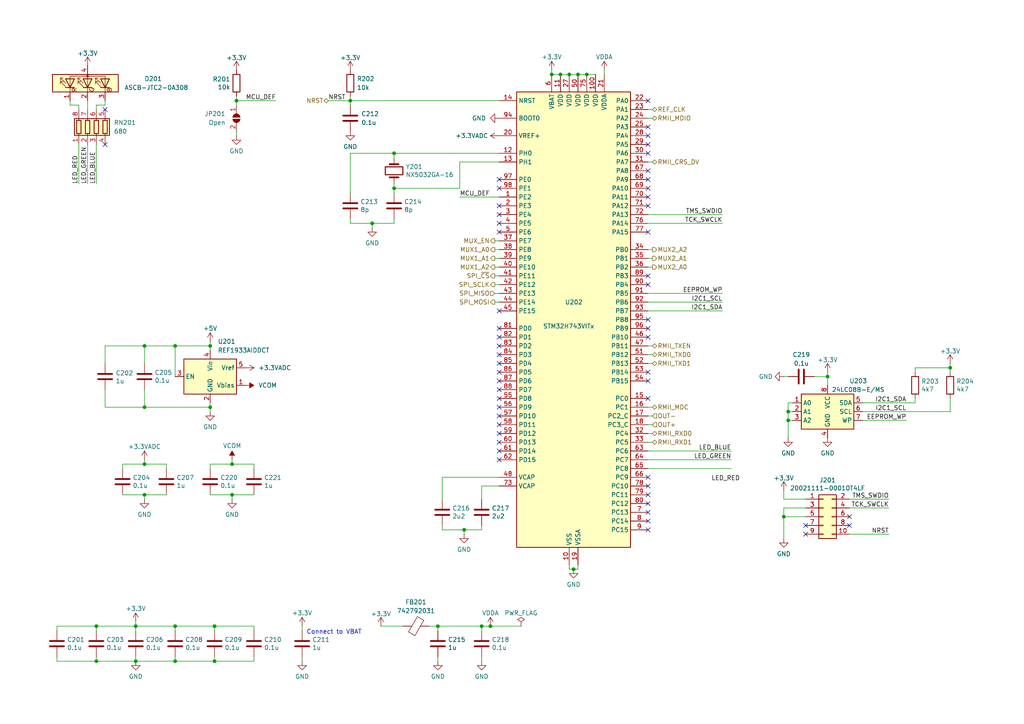
<source format=kicad_sch>
(kicad_sch (version 20231120) (generator "eeschema") (generator_version "8.0")
  (paper "A4")
  (lib_symbols
    (symbol "Connector_Generic:Conn_02x05_Odd_Even" (pin_names (offset 1.016) hide)
      (property "Reference" "J" (at 1.27 7.62 0))
      (property "Value" "Conn_02x05_Odd_Even" (at 1.27 -7.62 0))
      (symbol "Conn_02x05_Odd_Even_1_1"
        (pin passive line (at -5.08 5.08 0) (length 3.81) (name "Pin_1") (number "1"))
        (pin passive line (at 7.62 -5.08 180) (length 3.81) (name "Pin_10") (number "10"))
        (pin passive line (at 7.62 5.08 180) (length 3.81) (name "Pin_2") (number "2"))
        (pin passive line (at -5.08 2.54 0) (length 3.81) (name "Pin_3") (number "3"))
        (pin passive line (at 7.62 2.54 180) (length 3.81) (name "Pin_4") (number "4"))
        (pin passive line (at -5.08 0 0) (length 3.81) (name "Pin_5") (number "5"))
        (pin passive line (at 7.62 0 180) (length 3.81) (name "Pin_6") (number "6"))
        (pin passive line (at -5.08 -2.54 0) (length 3.81) (name "Pin_7") (number "7"))
        (pin passive line (at 7.62 -2.54 180) (length 3.81) (name "Pin_8") (number "8"))
        (pin passive line (at -5.08 -5.08 0) (length 3.81) (name "Pin_9") (number "9"))
      )
    )
    (symbol "Device:C" (pin_numbers hide) (pin_names (offset 0.254))
      (property "Reference" "C" (at 0.635 2.54 0))
      (property "Value" "C" (at 0.635 -2.54 0))
      (symbol "C_1_1"
        (pin passive line (at 0 3.81 270) (length 2.794) (name "~") (number "1"))
        (pin passive line (at 0 -3.81 90) (length 2.794) (name "~") (number "2"))
      )
    )
    (symbol "Device:Crystal" (pin_numbers hide) (pin_names (offset 1.016) hide)
      (property "Reference" "Y" (at 0 3.81 0))
      (property "Value" "Crystal" (at 0 -3.81 0))
      (symbol "Crystal_1_1"
        (pin passive line (at -3.81 0 0) (length 1.27) (name "1") (number "1"))
        (pin passive line (at 3.81 0 180) (length 1.27) (name "2") (number "2"))
      )
    )
    (symbol "Device:FerriteBead" (pin_numbers hide) (pin_names (offset 0))
      (property "Reference" "FB" (at -3.81 0.635 90))
      (property "Value" "FerriteBead" (at 3.81 0 90))
      (symbol "FerriteBead_1_1"
        (pin passive line (at 0 3.81 270) (length 2.54) (name "~") (number "1"))
        (pin passive line (at 0 -3.81 90) (length 2.54) (name "~") (number "2"))
      )
    )
    (symbol "Device:R" (pin_numbers hide) (pin_names (offset 0))
      (property "Reference" "R" (at 2.032 0 90))
      (property "Value" "R" (at 0 0 90))
      (symbol "R_1_1"
        (pin passive line (at 0 3.81 270) (length 1.27) (name "~") (number "1"))
        (pin passive line (at 0 -3.81 90) (length 1.27) (name "~") (number "2"))
      )
    )
    (symbol "Device:R_Pack04" (pin_names (offset 0) hide)
      (property "Reference" "RN" (at -7.62 0 90))
      (property "Value" "R_Pack04" (at 5.08 0 90))
      (symbol "R_Pack04_1_1"
        (pin passive line (at -5.08 -5.08 90) (length 2.54) (name "R1.1") (number "1"))
        (pin passive line (at -2.54 -5.08 90) (length 2.54) (name "R2.1") (number "2"))
        (pin passive line (at 0 -5.08 90) (length 2.54) (name "R3.1") (number "3"))
        (pin passive line (at 2.54 -5.08 90) (length 2.54) (name "R4.1") (number "4"))
        (pin passive line (at 2.54 5.08 270) (length 2.54) (name "R4.2") (number "5"))
        (pin passive line (at 0 5.08 270) (length 2.54) (name "R3.2") (number "6"))
        (pin passive line (at -2.54 5.08 270) (length 2.54) (name "R2.2") (number "7"))
        (pin passive line (at -5.08 5.08 270) (length 2.54) (name "R1.2") (number "8"))
      )
    )
    (symbol "ETH16CDAQ1:REF1933AIDDCT"
      (property "Reference" "U" (at 2.54 8.89 0))
      (property "Value" "REF1933AIDDCT" (at 1.27 6.35 0))
      (symbol "REF1933AIDDCT_1_1"
        (pin power_out line (at 10.16 -2.54 180) (length 2.54) (name "Vbias") (number "1"))
        (pin power_in line (at 0 -7.62 90) (length 2.54) (name "GND") (number "2"))
        (pin input line (at -10.16 0 0) (length 2.54) (name "EN") (number "3"))
        (pin power_in line (at 0 7.62 270) (length 2.54) (name "Vin") (number "4"))
        (pin power_out line (at 10.16 2.54 180) (length 2.54) (name "Vref") (number "5"))
      )
    )
    (symbol "Jumper:SolderJumper_2_Open" (pin_names (offset 0) hide)
      (property "Reference" "JP" (at 0 2.032 0))
      (property "Value" "SolderJumper_2_Open" (at 0 -2.54 0))
      (symbol "SolderJumper_2_Open_1_1"
        (pin passive line (at -3.81 0 0) (length 2.54) (name "A") (number "1"))
        (pin passive line (at 3.81 0 180) (length 2.54) (name "B") (number "2"))
      )
    )
    (symbol "LED:ASMB-MTB1-0A3A2" (pin_names (offset 0) hide)
      (property "Reference" "D" (at 0 12.7 0))
      (property "Value" "ASMB-MTB1-0A3A2" (at 1.27 -11.43 0))
      (symbol "ASMB-MTB1-0A3A2_0_0"
        (text "B" (at -1.905 -6.35 0) (effects (font (size 1.27 1.27))))
        (text "G" (at -1.905 -1.27 0) (effects (font (size 1.27 1.27))))
        (text "R" (at -1.905 3.81 0) (effects (font (size 1.27 1.27))))
      )
      (symbol "ASMB-MTB1-0A3A2_1_1"
        (pin passive line (at -5.08 5.08 0) (length 2.54) (name "RK") (number "1"))
        (pin passive line (at -5.08 0 0) (length 2.54) (name "GK") (number "2"))
        (pin passive line (at -5.08 -5.08 0) (length 2.54) (name "BK") (number "3"))
        (pin passive line (at 5.08 0 180) (length 2.54) (name "A") (number "4"))
      )
    )
    (symbol "MCU_ST_STM32H7:STM32H743VITx"
      (property "Reference" "U" (at -15.24 67.31 0))
      (property "Value" "STM32H743VITx" (at 12.7 67.31 0))
      (symbol "STM32H743VITx_1_1"
        (pin bidirectional line (at -20.32 35.56 0) (length 5.08) (name "PE2") (number "1"))
        (pin power_in line (at 0 -71.12 90) (length 5.08) (name "VSS") (number "10"))
        (pin power_in line (at 7.62 71.12 270) (length 5.08) (name "VDD") (number "100"))
        (pin power_in line (at -2.54 71.12 270) (length 5.08) (name "VDD") (number "11"))
        (pin bidirectional line (at -20.32 48.26 0) (length 5.08) (name "PH0") (number "12"))
        (pin bidirectional line (at -20.32 45.72 0) (length 5.08) (name "PH1") (number "13"))
        (pin input line (at -20.32 63.5 0) (length 5.08) (name "NRST") (number "14"))
        (pin bidirectional line (at 22.86 -22.86 180) (length 5.08) (name "PC0") (number "15"))
        (pin bidirectional line (at 22.86 -25.4 180) (length 5.08) (name "PC1") (number "16"))
        (pin bidirectional line (at 22.86 -27.94 180) (length 5.08) (name "PC2_C") (number "17"))
        (pin bidirectional line (at 22.86 -30.48 180) (length 5.08) (name "PC3_C") (number "18"))
        (pin power_in line (at 2.54 -71.12 90) (length 5.08) (name "VSSA") (number "19"))
        (pin bidirectional line (at -20.32 33.02 0) (length 5.08) (name "PE3") (number "2"))
        (pin input line (at -20.32 53.34 0) (length 5.08) (name "VREF+") (number "20"))
        (pin power_in line (at 10.16 71.12 270) (length 5.08) (name "VDDA") (number "21"))
        (pin bidirectional line (at 22.86 63.5 180) (length 5.08) (name "PA0") (number "22"))
        (pin bidirectional line (at 22.86 60.96 180) (length 5.08) (name "PA1") (number "23"))
        (pin bidirectional line (at 22.86 58.42 180) (length 5.08) (name "PA2") (number "24"))
        (pin bidirectional line (at 22.86 55.88 180) (length 5.08) (name "PA3") (number "25"))
        (pin passive line (at 0 -71.12 90) (length 5.08) hide (name "VSS") (number "26"))
        (pin power_in line (at 0 71.12 270) (length 5.08) (name "VDD") (number "27"))
        (pin bidirectional line (at 22.86 53.34 180) (length 5.08) (name "PA4") (number "28"))
        (pin bidirectional line (at 22.86 50.8 180) (length 5.08) (name "PA5") (number "29"))
        (pin bidirectional line (at -20.32 30.48 0) (length 5.08) (name "PE4") (number "3"))
        (pin bidirectional line (at 22.86 48.26 180) (length 5.08) (name "PA6") (number "30"))
        (pin bidirectional line (at 22.86 45.72 180) (length 5.08) (name "PA7") (number "31"))
        (pin bidirectional line (at 22.86 -33.02 180) (length 5.08) (name "PC4") (number "32"))
        (pin bidirectional line (at 22.86 -35.56 180) (length 5.08) (name "PC5") (number "33"))
        (pin bidirectional line (at 22.86 20.32 180) (length 5.08) (name "PB0") (number "34"))
        (pin bidirectional line (at 22.86 17.78 180) (length 5.08) (name "PB1") (number "35"))
        (pin bidirectional line (at 22.86 15.24 180) (length 5.08) (name "PB2") (number "36"))
        (pin bidirectional line (at -20.32 22.86 0) (length 5.08) (name "PE7") (number "37"))
        (pin bidirectional line (at -20.32 20.32 0) (length 5.08) (name "PE8") (number "38"))
        (pin bidirectional line (at -20.32 17.78 0) (length 5.08) (name "PE9") (number "39"))
        (pin bidirectional line (at -20.32 27.94 0) (length 5.08) (name "PE5") (number "4"))
        (pin bidirectional line (at -20.32 15.24 0) (length 5.08) (name "PE10") (number "40"))
        (pin bidirectional line (at -20.32 12.7 0) (length 5.08) (name "PE11") (number "41"))
        (pin bidirectional line (at -20.32 10.16 0) (length 5.08) (name "PE12") (number "42"))
        (pin bidirectional line (at -20.32 7.62 0) (length 5.08) (name "PE13") (number "43"))
        (pin bidirectional line (at -20.32 5.08 0) (length 5.08) (name "PE14") (number "44"))
        (pin bidirectional line (at -20.32 2.54 0) (length 5.08) (name "PE15") (number "45"))
        (pin bidirectional line (at 22.86 -5.08 180) (length 5.08) (name "PB10") (number "46"))
        (pin bidirectional line (at 22.86 -7.62 180) (length 5.08) (name "PB11") (number "47"))
        (pin power_out line (at -20.32 -45.72 0) (length 5.08) (name "VCAP") (number "48"))
        (pin passive line (at 0 -71.12 90) (length 5.08) hide (name "VSS") (number "49"))
        (pin bidirectional line (at -20.32 25.4 0) (length 5.08) (name "PE6") (number "5"))
        (pin power_in line (at 2.54 71.12 270) (length 5.08) (name "VDD") (number "50"))
        (pin bidirectional line (at 22.86 -10.16 180) (length 5.08) (name "PB12") (number "51"))
        (pin bidirectional line (at 22.86 -12.7 180) (length 5.08) (name "PB13") (number "52"))
        (pin bidirectional line (at 22.86 -15.24 180) (length 5.08) (name "PB14") (number "53"))
        (pin bidirectional line (at 22.86 -17.78 180) (length 5.08) (name "PB15") (number "54"))
        (pin bidirectional line (at -20.32 -22.86 0) (length 5.08) (name "PD8") (number "55"))
        (pin bidirectional line (at -20.32 -25.4 0) (length 5.08) (name "PD9") (number "56"))
        (pin bidirectional line (at -20.32 -27.94 0) (length 5.08) (name "PD10") (number "57"))
        (pin bidirectional line (at -20.32 -30.48 0) (length 5.08) (name "PD11") (number "58"))
        (pin bidirectional line (at -20.32 -33.02 0) (length 5.08) (name "PD12") (number "59"))
        (pin power_in line (at -5.08 71.12 270) (length 5.08) (name "VBAT") (number "6"))
        (pin bidirectional line (at -20.32 -35.56 0) (length 5.08) (name "PD13") (number "60"))
        (pin bidirectional line (at -20.32 -38.1 0) (length 5.08) (name "PD14") (number "61"))
        (pin bidirectional line (at -20.32 -40.64 0) (length 5.08) (name "PD15") (number "62"))
        (pin bidirectional line (at 22.86 -38.1 180) (length 5.08) (name "PC6") (number "63"))
        (pin bidirectional line (at 22.86 -40.64 180) (length 5.08) (name "PC7") (number "64"))
        (pin bidirectional line (at 22.86 -43.18 180) (length 5.08) (name "PC8") (number "65"))
        (pin bidirectional line (at 22.86 -45.72 180) (length 5.08) (name "PC9") (number "66"))
        (pin bidirectional line (at 22.86 43.18 180) (length 5.08) (name "PA8") (number "67"))
        (pin bidirectional line (at 22.86 40.64 180) (length 5.08) (name "PA9") (number "68"))
        (pin bidirectional line (at 22.86 38.1 180) (length 5.08) (name "PA10") (number "69"))
        (pin bidirectional line (at 22.86 -55.88 180) (length 5.08) (name "PC13") (number "7"))
        (pin bidirectional line (at 22.86 35.56 180) (length 5.08) (name "PA11") (number "70"))
        (pin bidirectional line (at 22.86 33.02 180) (length 5.08) (name "PA12") (number "71"))
        (pin bidirectional line (at 22.86 30.48 180) (length 5.08) (name "PA13") (number "72"))
        (pin power_out line (at -20.32 -48.26 0) (length 5.08) (name "VCAP") (number "73"))
        (pin passive line (at 0 -71.12 90) (length 5.08) hide (name "VSS") (number "74"))
        (pin power_in line (at 5.08 71.12 270) (length 5.08) (name "VDD") (number "75"))
        (pin bidirectional line (at 22.86 27.94 180) (length 5.08) (name "PA14") (number "76"))
        (pin bidirectional line (at 22.86 25.4 180) (length 5.08) (name "PA15") (number "77"))
        (pin bidirectional line (at 22.86 -48.26 180) (length 5.08) (name "PC10") (number "78"))
        (pin bidirectional line (at 22.86 -50.8 180) (length 5.08) (name "PC11") (number "79"))
        (pin bidirectional line (at 22.86 -58.42 180) (length 5.08) (name "PC14") (number "8"))
        (pin bidirectional line (at 22.86 -53.34 180) (length 5.08) (name "PC12") (number "80"))
        (pin bidirectional line (at -20.32 -2.54 0) (length 5.08) (name "PD0") (number "81"))
        (pin bidirectional line (at -20.32 -5.08 0) (length 5.08) (name "PD1") (number "82"))
        (pin bidirectional line (at -20.32 -7.62 0) (length 5.08) (name "PD2") (number "83"))
        (pin bidirectional line (at -20.32 -10.16 0) (length 5.08) (name "PD3") (number "84"))
        (pin bidirectional line (at -20.32 -12.7 0) (length 5.08) (name "PD4") (number "85"))
        (pin bidirectional line (at -20.32 -15.24 0) (length 5.08) (name "PD5") (number "86"))
        (pin bidirectional line (at -20.32 -17.78 0) (length 5.08) (name "PD6") (number "87"))
        (pin bidirectional line (at -20.32 -20.32 0) (length 5.08) (name "PD7") (number "88"))
        (pin bidirectional line (at 22.86 12.7 180) (length 5.08) (name "PB3") (number "89"))
        (pin bidirectional line (at 22.86 -60.96 180) (length 5.08) (name "PC15") (number "9"))
        (pin bidirectional line (at 22.86 10.16 180) (length 5.08) (name "PB4") (number "90"))
        (pin bidirectional line (at 22.86 7.62 180) (length 5.08) (name "PB5") (number "91"))
        (pin bidirectional line (at 22.86 5.08 180) (length 5.08) (name "PB6") (number "92"))
        (pin bidirectional line (at 22.86 2.54 180) (length 5.08) (name "PB7") (number "93"))
        (pin input line (at -20.32 58.42 0) (length 5.08) (name "BOOT0") (number "94"))
        (pin bidirectional line (at 22.86 0 180) (length 5.08) (name "PB8") (number "95"))
        (pin bidirectional line (at 22.86 -2.54 180) (length 5.08) (name "PB9") (number "96"))
        (pin bidirectional line (at -20.32 40.64 0) (length 5.08) (name "PE0") (number "97"))
        (pin bidirectional line (at -20.32 38.1 0) (length 5.08) (name "PE1") (number "98"))
        (pin passive line (at 0 -71.12 90) (length 5.08) hide (name "VSS") (number "99"))
      )
    )
    (symbol "Memory_EEPROM:24LC08"
      (property "Reference" "U" (at -6.35 6.35 0))
      (property "Value" "24LC08" (at 1.27 6.35 0))
      (symbol "24LC08_1_1"
        (pin input line (at -10.16 2.54 0) (length 2.54) (name "A0") (number "1"))
        (pin input line (at -10.16 0 0) (length 2.54) (name "A1") (number "2"))
        (pin input line (at -10.16 -2.54 0) (length 2.54) (name "A2") (number "3"))
        (pin power_in line (at 0 -7.62 90) (length 2.54) (name "GND") (number "4"))
        (pin bidirectional line (at 10.16 2.54 180) (length 2.54) (name "SDA") (number "5"))
        (pin input line (at 10.16 0 180) (length 2.54) (name "SCL") (number "6"))
        (pin input line (at 10.16 -2.54 180) (length 2.54) (name "WP") (number "7"))
        (pin power_in line (at 0 7.62 270) (length 2.54) (name "VCC") (number "8"))
      )
    )
    (symbol "power:+3.3V" (power) (pin_numbers hide) (pin_names (offset 0) hide)
      (property "Value" "+3.3V" (at 0 3.556 0))
      (symbol "+3.3V_1_1"
        (pin power_in line (at 0 0 90) (length 0) (name "~") (number "1"))
      )
    )
    (symbol "power:+3.3VADC" (power) (pin_numbers hide) (pin_names (offset 0) hide)
      (property "Value" "+3.3VADC" (at 0 3.556 0))
      (symbol "+3.3VADC_0_0"
        (pin power_in line (at 0 0 90) (length 0) (name "~") (number "1"))
      )
    )
    (symbol "power:+5V" (power) (pin_numbers hide) (pin_names (offset 0) hide)
      (property "Value" "+5V" (at 0 3.556 0))
      (symbol "+5V_1_1"
        (pin power_in line (at 0 0 90) (length 0) (name "~") (number "1"))
      )
    )
    (symbol "power:GND" (power) (pin_numbers hide) (pin_names (offset 0) hide)
      (property "Value" "GND" (at 0 -3.81 0))
      (symbol "GND_1_1"
        (pin power_in line (at 0 0 270) (length 0) (name "~") (number "1"))
      )
    )
    (symbol "power:PWR_FLAG" (power) (pin_numbers hide) (pin_names (offset 0) hide)
      (property "Value" "PWR_FLAG" (at 0 3.81 0))
      (symbol "PWR_FLAG_0_0"
        (pin power_out line (at 0 0 90) (length 0) (name "~") (number "1"))
      )
    )
    (symbol "power:VCOM" (power) (pin_numbers hide) (pin_names (offset 0) hide)
      (property "Value" "VCOM" (at 0 3.556 0))
      (symbol "VCOM_1_1"
        (pin power_in line (at 0 0 90) (length 0) (name "~") (number "1"))
      )
    )
    (symbol "power:VDDA" (power) (pin_numbers hide) (pin_names (offset 0) hide)
      (property "Value" "VDDA" (at 0 3.556 0))
      (symbol "VDDA_1_1"
        (pin power_in line (at 0 0 90) (length 0) (name "~") (number "1"))
      )
    )
  )
  (junction (at 39.37 181.61))
  (junction (at 50.8 191.77))
  (junction (at 167.64 21.59))
  (junction (at 228.6 119.38))
  (junction (at 139.7 181.61))
  (junction (at 41.91 118.11))
  (junction (at 60.96 118.11))
  (junction (at 41.91 100.33))
  (junction (at 101.6 29.21))
  (junction (at 170.18 21.59))
  (junction (at 228.6 121.92))
  (junction (at 166.37 165.1))
  (junction (at 27.94 191.77))
  (junction (at 134.62 153.67))
  (junction (at 142.24 181.61))
  (junction (at 107.95 64.77))
  (junction (at 162.56 21.59))
  (junction (at 67.31 134.62))
  (junction (at 275.59 106.68))
  (junction (at 114.3 54.61))
  (junction (at 227.33 149.86))
  (junction (at 39.37 191.77))
  (junction (at 127 181.61))
  (junction (at 50.8 181.61))
  (junction (at 27.94 181.61))
  (junction (at 114.3 44.45))
  (junction (at 240.03 109.22))
  (junction (at 60.96 100.33))
  (junction (at 41.91 143.51))
  (junction (at 62.23 181.61))
  (junction (at 41.91 134.62))
  (junction (at 160.02 21.59))
  (junction (at 62.23 191.77))
  (junction (at 68.58 29.21))
  (junction (at 67.31 143.51))
  (junction (at 165.1 21.59))
  (junction (at 50.8 100.33))
  (no_connect (at 144.78 62.23))
  (no_connect (at 187.96 57.15))
  (no_connect (at 144.78 105.41))
  (no_connect (at 144.78 102.87))
  (no_connect (at 144.78 115.57))
  (no_connect (at 187.96 59.69))
  (no_connect (at 187.96 44.45))
  (no_connect (at 144.78 100.33))
  (no_connect (at 246.38 152.4))
  (no_connect (at 187.96 107.95))
  (no_connect (at 144.78 118.11))
  (no_connect (at 187.96 110.49))
  (no_connect (at 144.78 125.73))
  (no_connect (at 233.68 154.94))
  (no_connect (at 187.96 146.05))
  (no_connect (at 187.96 92.71))
  (no_connect (at 144.78 59.69))
  (no_connect (at 187.96 49.53))
  (no_connect (at 187.96 39.37))
  (no_connect (at 187.96 80.01))
  (no_connect (at 144.78 95.25))
  (no_connect (at 144.78 110.49))
  (no_connect (at 187.96 41.91))
  (no_connect (at 144.78 64.77))
  (no_connect (at 144.78 113.03))
  (no_connect (at 187.96 54.61))
  (no_connect (at 144.78 97.79))
  (no_connect (at 144.78 90.17))
  (no_connect (at 187.96 138.43))
  (no_connect (at 144.78 130.81))
  (no_connect (at 187.96 143.51))
  (no_connect (at 187.96 148.59))
  (no_connect (at 187.96 115.57))
  (no_connect (at 187.96 36.83))
  (no_connect (at 187.96 52.07))
  (no_connect (at 187.96 67.31))
  (no_connect (at 144.78 52.07))
  (no_connect (at 144.78 107.95))
  (no_connect (at 30.48 41.91))
  (no_connect (at 187.96 151.13))
  (no_connect (at 246.38 149.86))
  (no_connect (at 187.96 29.21))
  (no_connect (at 30.48 31.75))
  (no_connect (at 187.96 153.67))
  (no_connect (at 187.96 95.25))
  (no_connect (at 144.78 128.27))
  (no_connect (at 187.96 140.97))
  (no_connect (at 144.78 120.65))
  (no_connect (at 144.78 54.61))
  (no_connect (at 144.78 133.35))
  (no_connect (at 144.78 67.31))
  (no_connect (at 187.96 82.55))
  (no_connect (at 187.96 97.79))
  (no_connect (at 144.78 123.19))
  (no_connect (at 233.68 152.4))
  (wire (pts (xy 39.37 190.5) (xy 39.37 191.77)))
  (wire (pts (xy 60.96 134.62) (xy 60.96 135.89)))
  (wire (pts (xy 50.8 181.61) (xy 39.37 181.61)))
  (wire (pts (xy 162.56 21.59) (xy 165.1 21.59)))
  (wire (pts (xy 265.43 107.95) (xy 265.43 106.68)))
  (wire (pts (xy 25.4 29.21) (xy 25.4 31.75)))
  (wire (pts (xy 165.1 165.1) (xy 166.37 165.1)))
  (wire (pts (xy 101.6 29.21) (xy 144.78 29.21)))
  (wire (pts (xy 39.37 181.61) (xy 27.94 181.61)))
  (wire (pts (xy 60.96 118.11) (xy 60.96 119.38)))
  (wire (pts (xy 68.58 30.48) (xy 68.58 29.21)))
  (wire (pts (xy 60.96 143.51) (xy 67.31 143.51)))
  (wire (pts (xy 48.26 134.62) (xy 41.91 134.62)))
  (wire (pts (xy 187.96 46.99) (xy 189.23 46.99)))
  (wire (pts (xy 240.03 109.22) (xy 240.03 111.76)))
  (wire (pts (xy 187.96 133.35) (xy 212.09 133.35)))
  (wire (pts (xy 41.91 133.35) (xy 41.91 134.62)))
  (wire (pts (xy 165.1 163.83) (xy 165.1 165.1)))
  (wire (pts (xy 60.96 116.84) (xy 60.96 118.11)))
  (wire (pts (xy 228.6 127) (xy 228.6 121.92)))
  (wire (pts (xy 27.94 181.61) (xy 16.51 181.61)))
  (wire (pts (xy 50.8 191.77) (xy 62.23 191.77)))
  (wire (pts (xy 143.51 69.85) (xy 144.78 69.85)))
  (wire (pts (xy 60.96 99.06) (xy 60.96 100.33)))
  (wire (pts (xy 139.7 140.97) (xy 144.78 140.97)))
  (wire (pts (xy 41.91 134.62) (xy 35.56 134.62)))
  (wire (pts (xy 233.68 149.86) (xy 227.33 149.86)))
  (wire (pts (xy 87.63 181.61) (xy 87.63 182.88)))
  (wire (pts (xy 143.51 77.47) (xy 144.78 77.47)))
  (wire (pts (xy 187.96 118.11) (xy 189.23 118.11)))
  (wire (pts (xy 62.23 181.61) (xy 73.66 181.61)))
  (wire (pts (xy 30.48 30.48) (xy 27.94 30.48)))
  (wire (pts (xy 187.96 125.73) (xy 189.23 125.73)))
  (wire (pts (xy 250.19 116.84) (xy 265.43 116.84)))
  (wire (pts (xy 27.94 30.48) (xy 27.94 31.75)))
  (wire (pts (xy 139.7 181.61) (xy 139.7 182.88)))
  (wire (pts (xy 187.96 74.93) (xy 189.23 74.93)))
  (wire (pts (xy 134.62 153.67) (xy 139.7 153.67)))
  (wire (pts (xy 250.19 121.92) (xy 262.89 121.92)))
  (wire (pts (xy 114.3 64.77) (xy 114.3 63.5)))
  (wire (pts (xy 275.59 105.41) (xy 275.59 106.68)))
  (wire (pts (xy 107.95 64.77) (xy 114.3 64.77)))
  (wire (pts (xy 143.51 82.55) (xy 144.78 82.55)))
  (wire (pts (xy 22.86 41.91) (xy 22.86 53.34)))
  (wire (pts (xy 41.91 113.03) (xy 41.91 118.11)))
  (wire (pts (xy 187.96 34.29) (xy 189.23 34.29)))
  (wire (pts (xy 227.33 149.86) (xy 227.33 147.32)))
  (wire (pts (xy 236.22 109.22) (xy 240.03 109.22)))
  (wire (pts (xy 143.51 74.93) (xy 144.78 74.93)))
  (wire (pts (xy 187.96 100.33) (xy 189.23 100.33)))
  (wire (pts (xy 187.96 105.41) (xy 189.23 105.41)))
  (wire (pts (xy 35.56 134.62) (xy 35.56 135.89)))
  (wire (pts (xy 114.3 44.45) (xy 101.6 44.45)))
  (wire (pts (xy 187.96 128.27) (xy 189.23 128.27)))
  (wire (pts (xy 143.51 85.09) (xy 144.78 85.09)))
  (wire (pts (xy 110.49 181.61) (xy 116.84 181.61)))
  (wire (pts (xy 139.7 181.61) (xy 142.24 181.61)))
  (wire (pts (xy 189.23 102.87) (xy 187.96 102.87)))
  (wire (pts (xy 139.7 140.97) (xy 139.7 144.78)))
  (wire (pts (xy 62.23 181.61) (xy 62.23 182.88)))
  (wire (pts (xy 160.02 21.59) (xy 162.56 21.59)))
  (wire (pts (xy 39.37 181.61) (xy 39.37 182.88)))
  (wire (pts (xy 16.51 190.5) (xy 16.51 191.77)))
  (wire (pts (xy 16.51 181.61) (xy 16.51 182.88)))
  (wire (pts (xy 133.35 46.99) (xy 133.35 54.61)))
  (wire (pts (xy 144.78 46.99) (xy 133.35 46.99)))
  (wire (pts (xy 187.96 123.19) (xy 189.23 123.19)))
  (wire (pts (xy 228.6 119.38) (xy 228.6 121.92)))
  (wire (pts (xy 167.64 163.83) (xy 167.64 165.1)))
  (wire (pts (xy 187.96 77.47) (xy 189.23 77.47)))
  (wire (pts (xy 187.96 120.65) (xy 189.23 120.65)))
  (wire (pts (xy 228.6 121.92) (xy 229.87 121.92)))
  (wire (pts (xy 27.94 181.61) (xy 27.94 182.88)))
  (wire (pts (xy 246.38 147.32) (xy 257.81 147.32)))
  (wire (pts (xy 50.8 181.61) (xy 50.8 182.88)))
  (wire (pts (xy 133.35 57.15) (xy 144.78 57.15)))
  (wire (pts (xy 227.33 142.24) (xy 227.33 144.78)))
  (wire (pts (xy 128.27 138.43) (xy 144.78 138.43)))
  (wire (pts (xy 101.6 63.5) (xy 101.6 64.77)))
  (wire (pts (xy 80.01 29.21) (xy 68.58 29.21)))
  (wire (pts (xy 246.38 144.78) (xy 257.81 144.78)))
  (wire (pts (xy 227.33 147.32) (xy 233.68 147.32)))
  (wire (pts (xy 167.64 21.59) (xy 170.18 21.59)))
  (wire (pts (xy 187.96 87.63) (xy 209.55 87.63)))
  (wire (pts (xy 175.26 20.32) (xy 175.26 21.59)))
  (wire (pts (xy 68.58 38.1) (xy 68.58 39.37)))
  (wire (pts (xy 20.32 29.21) (xy 20.32 30.48)))
  (wire (pts (xy 265.43 116.84) (xy 265.43 115.57)))
  (wire (pts (xy 114.3 53.34) (xy 114.3 54.61)))
  (wire (pts (xy 139.7 191.77) (xy 139.7 190.5)))
  (wire (pts (xy 187.96 90.17) (xy 209.55 90.17)))
  (wire (pts (xy 134.62 154.94) (xy 134.62 153.67)))
  (wire (pts (xy 128.27 153.67) (xy 134.62 153.67)))
  (wire (pts (xy 101.6 29.21) (xy 101.6 30.48)))
  (wire (pts (xy 128.27 152.4) (xy 128.27 153.67)))
  (wire (pts (xy 22.86 30.48) (xy 22.86 31.75)))
  (wire (pts (xy 27.94 41.91) (xy 27.94 53.34)))
  (wire (pts (xy 187.96 135.89) (xy 212.09 135.89)))
  (wire (pts (xy 275.59 119.38) (xy 275.59 115.57)))
  (wire (pts (xy 160.02 20.32) (xy 160.02 21.59)))
  (wire (pts (xy 62.23 191.77) (xy 73.66 191.77)))
  (wire (pts (xy 127 181.61) (xy 124.46 181.61)))
  (wire (pts (xy 143.51 80.01) (xy 144.78 80.01)))
  (wire (pts (xy 246.38 154.94) (xy 257.81 154.94)))
  (wire (pts (xy 95.25 29.21) (xy 101.6 29.21)))
  (wire (pts (xy 50.8 100.33) (xy 50.8 109.22)))
  (wire (pts (xy 275.59 106.68) (xy 275.59 107.95)))
  (wire (pts (xy 101.6 64.77) (xy 107.95 64.77)))
  (wire (pts (xy 67.31 143.51) (xy 73.66 143.51)))
  (wire (pts (xy 240.03 107.95) (xy 240.03 109.22)))
  (wire (pts (xy 143.51 87.63) (xy 144.78 87.63)))
  (wire (pts (xy 187.96 31.75) (xy 189.23 31.75)))
  (wire (pts (xy 48.26 134.62) (xy 48.26 135.89)))
  (wire (pts (xy 60.96 100.33) (xy 60.96 101.6)))
  (wire (pts (xy 229.87 119.38) (xy 228.6 119.38)))
  (wire (pts (xy 166.37 165.1) (xy 167.64 165.1)))
  (wire (pts (xy 127 181.61) (xy 127 182.88)))
  (wire (pts (xy 30.48 100.33) (xy 41.91 100.33)))
  (wire (pts (xy 73.66 134.62) (xy 67.31 134.62)))
  (wire (pts (xy 73.66 191.77) (xy 73.66 190.5)))
  (wire (pts (xy 62.23 181.61) (xy 50.8 181.61)))
  (wire (pts (xy 133.35 54.61) (xy 114.3 54.61)))
  (wire (pts (xy 229.87 116.84) (xy 228.6 116.84)))
  (wire (pts (xy 143.51 72.39) (xy 144.78 72.39)))
  (wire (pts (xy 25.4 41.91) (xy 25.4 53.34)))
  (wire (pts (xy 228.6 116.84) (xy 228.6 119.38)))
  (wire (pts (xy 187.96 62.23) (xy 209.55 62.23)))
  (wire (pts (xy 39.37 180.34) (xy 39.37 181.61)))
  (wire (pts (xy 187.96 72.39) (xy 189.23 72.39)))
  (wire (pts (xy 127 181.61) (xy 139.7 181.61)))
  (wire (pts (xy 227.33 144.78) (xy 233.68 144.78)))
  (wire (pts (xy 30.48 29.21) (xy 30.48 30.48)))
  (wire (pts (xy 30.48 118.11) (xy 30.48 113.03)))
  (wire (pts (xy 227.33 109.22) (xy 228.6 109.22)))
  (wire (pts (xy 114.3 45.72) (xy 114.3 44.45)))
  (wire (pts (xy 27.94 190.5) (xy 27.94 191.77)))
  (wire (pts (xy 265.43 106.68) (xy 275.59 106.68)))
  (wire (pts (xy 62.23 191.77) (xy 62.23 190.5)))
  (wire (pts (xy 68.58 29.21) (xy 68.58 27.94)))
  (wire (pts (xy 187.96 130.81) (xy 212.09 130.81)))
  (wire (pts (xy 16.51 191.77) (xy 27.94 191.77)))
  (wire (pts (xy 41.91 118.11) (xy 30.48 118.11)))
  (wire (pts (xy 127 191.77) (xy 127 190.5)))
  (wire (pts (xy 114.3 44.45) (xy 144.78 44.45)))
  (wire (pts (xy 50.8 190.5) (xy 50.8 191.77)))
  (wire (pts (xy 165.1 21.59) (xy 167.64 21.59)))
  (wire (pts (xy 250.19 119.38) (xy 275.59 119.38)))
  (wire (pts (xy 41.91 100.33) (xy 50.8 100.33)))
  (wire (pts (xy 101.6 44.45) (xy 101.6 55.88)))
  (wire (pts (xy 73.66 134.62) (xy 73.66 135.89)))
  (wire (pts (xy 73.66 182.88) (xy 73.66 181.61)))
  (wire (pts (xy 27.94 191.77) (xy 39.37 191.77)))
  (wire (pts (xy 139.7 153.67) (xy 139.7 152.4)))
  (wire (pts (xy 35.56 143.51) (xy 41.91 143.51)))
  (wire (pts (xy 39.37 191.77) (xy 50.8 191.77)))
  (wire (pts (xy 87.63 190.5) (xy 87.63 191.77)))
  (wire (pts (xy 67.31 143.51) (xy 67.31 144.78)))
  (wire (pts (xy 30.48 105.41) (xy 30.48 100.33)))
  (wire (pts (xy 41.91 143.51) (xy 48.26 143.51)))
  (wire (pts (xy 67.31 134.62) (xy 60.96 134.62)))
  (wire (pts (xy 128.27 138.43) (xy 128.27 144.78)))
  (wire (pts (xy 20.32 30.48) (xy 22.86 30.48)))
  (wire (pts (xy 67.31 133.35) (xy 67.31 134.62)))
  (wire (pts (xy 170.18 21.59) (xy 172.72 21.59)))
  (wire (pts (xy 60.96 118.11) (xy 41.91 118.11)))
  (wire (pts (xy 114.3 54.61) (xy 114.3 55.88)))
  (wire (pts (xy 50.8 100.33) (xy 60.96 100.33)))
  (wire (pts (xy 187.96 85.09) (xy 209.55 85.09)))
  (wire (pts (xy 41.91 100.33) (xy 41.91 105.41)))
  (wire (pts (xy 107.95 66.04) (xy 107.95 64.77)))
  (wire (pts (xy 227.33 156.21) (xy 227.33 149.86)))
  (wire (pts (xy 142.24 181.61) (xy 151.13 181.61)))
  (wire (pts (xy 41.91 143.51) (xy 41.91 144.78)))
  (wire (pts (xy 187.96 64.77) (xy 209.55 64.77)))
  (wire (pts (xy 101.6 27.94) (xy 101.6 29.21)))
  (text "Connect to VBAT" (at 88.9 184.15 0) (effects (font (size 1.27 1.27)) (justify left bottom)))
  (label "MCU_DEF" (at 133.35 57.15 0))
  (label "MCU_DEF" (at 80.01 29.21 180))
  (label "I2C1_SDA" (at 209.55 90.17 180))
  (label "LED_RED" (at 22.86 53.34 90))
  (label "TCK_SWCLK" (at 209.55 64.77 180))
  (label "I2C1_SDA" (at 262.89 116.84 180))
  (label "LED_BLUE" (at 212.09 130.81 180))
  (label "TCK_SWCLK" (at 257.81 147.32 180))
  (label "I2C1_SCL" (at 262.89 119.38 180))
  (label "EEPROM_WP" (at 262.89 121.92 180))
  (label "LED_GREEN" (at 25.4 53.34 90))
  (label "LED_GREEN" (at 212.09 133.35 180))
  (label "LED_RED" (at 214.63 139.7 180))
  (label "LED_BLUE" (at 27.94 53.34 90))
  (label "I2C1_SCL" (at 209.55 87.63 180))
  (label "EEPROM_WP" (at 209.55 85.09 180))
  (label "NRST" (at 257.81 154.94 180))
  (label "TMS_SWDIO" (at 209.55 62.23 180))
  (label "TMS_SWDIO" (at 257.81 144.78 180))
  (label "NRST" (at 95.25 29.21 0))
  (hierarchical_label "MUX_EN" (shape output) (at 143.51 69.85 180))
  (hierarchical_label "SPI_MISO" (shape input) (at 143.51 85.09 180))
  (hierarchical_label "MUX2_A0" (shape output) (at 189.23 77.47 0))
  (hierarchical_label "RMII_MDC" (shape bidirectional) (at 189.23 118.11 0))
  (hierarchical_label "OUT+" (shape input) (at 189.23 123.19 0))
  (hierarchical_label "RMII_MDIO" (shape bidirectional) (at 189.23 34.29 0))
  (hierarchical_label "MUX1_A1" (shape output) (at 143.51 74.93 180))
  (hierarchical_label "RMII_TXD1" (shape bidirectional) (at 189.23 105.41 0))
  (hierarchical_label "MUX1_A0" (shape output) (at 143.51 72.39 180))
  (hierarchical_label "REF_CLK" (shape bidirectional) (at 189.23 31.75 0))
  (hierarchical_label "RMII_TXEN" (shape bidirectional) (at 189.23 100.33 0))
  (hierarchical_label "RMII_TXD0" (shape bidirectional) (at 189.23 102.87 0))
  (hierarchical_label "SPI_MOSI" (shape output) (at 143.51 87.63 180))
  (hierarchical_label "SPI_~{CS}" (shape output) (at 143.51 80.01 180))
  (hierarchical_label "MUX2_A2" (shape output) (at 189.23 72.39 0))
  (hierarchical_label "NRST" (shape bidirectional) (at 95.25 29.21 180))
  (hierarchical_label "RMII_CRS_DV" (shape bidirectional) (at 189.23 46.99 0))
  (hierarchical_label "MUX1_A2" (shape output) (at 143.51 77.47 180))
  (hierarchical_label "OUT-" (shape input) (at 189.23 120.65 0))
  (hierarchical_label "MUX2_A1" (shape output) (at 189.23 74.93 0))
  (hierarchical_label "RMII_RXD0" (shape bidirectional) (at 189.23 125.73 0))
  (hierarchical_label "SPI_SCLK" (shape output) (at 143.51 82.55 180))
  (hierarchical_label "RMII_RXD1" (shape bidirectional) (at 189.23 128.27 0))
  (symbol (lib_id "power:VDDA") (at 175.26 20.32 0) (unit 1)
    (property "Reference" "#PWR0225" (effects (hide yes)))
    (property "Value" "VDDA" (at 175.26 16.51 0))
    (property "Description" "Power symbol creates a global label with name \"VDDA\"" (effects (hide yes)))
    (instances (project "ETH16CDAQ1" (path "" (reference "#PWR0225") (unit 1))) (project "ETH1HMSR-SMS" (path "" (reference "#PWR0431") (unit 1))) (project "ETH1ACPL-C79x" (path "" (reference "#PWR0231") (unit 1))) (project "ETH1IRCAM1" (path "" (reference "#PWR0418") (unit 1))))
  )
  (symbol (lib_id "LED:ASMB-MTB1-0A3A2") (at 25.4 24.13 90) (unit 1)
    (property "Reference" "D201" (at 46.99 22.86 90) (effects (justify left)))
    (property "Value" "ASCB-JTC2-0A308" (at 54.61 25.4 90) (effects (justify left)))
    (property "Footprint" "LED_SMD:LED_Avago_PLCC4_3.2x2.8mm_CW" (effects (hide yes)))
    (property "Datasheet" "https://docs.broadcom.com/docs/AV02-4194EN" (effects (hide yes)))
    (instances (project "ETH16CDAQ1" (path "" (reference "D201") (unit 1))) (project "ETH1HMSR-SMS" (path "" (reference "D401") (unit 1))) (project "ETH1ACPL-C79x" (path "" (reference "D201") (unit 1))) (project "ETH1IRCAM1" (path "" (reference "D401") (unit 1))))
  )
  (symbol (lib_id "Device:C") (at 16.51 186.69 0) (unit 1)
    (property "Reference" "C201" (at 19.431 185.5216 0) (effects (justify left)))
    (property "Value" "0.1u" (at 19.431 187.833 0) (effects (justify left)))
    (property "Footprint" "Capacitor_SMD:C_0603_1608Metric_Pad1.08x0.95mm_HandSolder" (effects (hide yes)))
    (instances (project "ETH16CDAQ1" (path "" (reference "C201") (unit 1))) (project "ETH1HMSR-SMS" (path "" (reference "C401") (unit 1))) (project "ETH1ACPL-C79x" (path "" (reference "C201") (unit 1))) (project "ETH1IRCAM1" (path "" (reference "C401") (unit 1))))
  )
  (symbol (lib_id "power:GND") (at 228.6 127 0) (unit 1)
    (property "Reference" "#PWR0229" (effects (hide yes)))
    (property "Value" "GND" (at 228.6 131.445 0))
    (property "Description" "Power symbol creates a global label with name \"GND\" , ground" (effects (hide yes)))
    (instances (project "ETH16CDAQ1" (path "" (reference "#PWR0229") (unit 1))) (project "ETH1HMSR-SMS" (path "" (reference "#PWR0435") (unit 1))) (project "ETH1ACPL-C79x" (path "" (reference "#PWR0235") (unit 1))) (project "ETH1IRCAM1" (path "" (reference "#PWR0424") (unit 1))))
  )
  (symbol (lib_id "power:GND") (at 139.7 191.77 0) (unit 1)
    (property "Reference" "#PWR0219" (effects (hide yes)))
    (property "Value" "GND" (at 139.7 196.215 0))
    (property "Description" "Power symbol creates a global label with name \"GND\" , ground" (effects (hide yes)))
    (instances (project "ETH16CDAQ1" (path "" (reference "#PWR0219") (unit 1))) (project "ETH1HMSR-SMS" (path "" (reference "#PWR0426") (unit 1))) (project "ETH1ACPL-C79x" (path "" (reference "#PWR0226") (unit 1))) (project "ETH1IRCAM1" (path "" (reference "#PWR0413") (unit 1))))
  )
  (symbol (lib_id "Device:Crystal") (at 114.3 49.53 270) (unit 1)
    (property "Reference" "Y201" (at 117.6274 48.3616 90) (effects (justify left)))
    (property "Value" "NX5032GA-16" (at 117.6274 50.673 90) (effects (justify left)))
    (property "Footprint" "ETH16CDAQ1:NX5032GA" (effects (hide yes)))
    (instances (project "ETH16CDAQ1" (path "" (reference "Y201") (unit 1))) (project "ETH1HMSR-SMS" (path "" (reference "Y401") (unit 1))) (project "ETH1ACPL-C79x" (path "" (reference "Y201") (unit 1))) (project "ETH1IRCAM1" (path "" (reference "Y401") (unit 1))))
  )
  (symbol (lib_id "Device:FerriteBead") (at 120.65 181.61 270) (unit 1)
    (property "Reference" "FB201" (at 120.65 174.625 90))
    (property "Value" "742792031" (at 120.65 177.165 90))
    (property "Footprint" "Inductor_SMD:L_0805_2012Metric_Pad1.05x1.20mm_HandSolder" (effects (hide yes)))
    (instances (project "ETH16CDAQ1" (path "" (reference "FB201") (unit 1))) (project "ETH1HMSR-SMS" (path "" (reference "FB401") (unit 1))) (project "ETH1ACPL-C79x" (path "" (reference "FB201") (unit 1))) (project "ETH1IRCAM1" (path "" (reference "FB401") (unit 1))))
  )
  (symbol (lib_id "power:+3.3VADC") (at 71.12 106.68 270) (unit 1)
    (property "Reference" "#PWR0210" (effects (hide yes)))
    (property "Value" "+3.3VADC" (at 74.93 106.6799 90) (effects (justify left)))
    (property "Description" "Power symbol creates a global label with name \"+3.3VADC\"" (effects (hide yes)))
    (instances (project "ETH16CDAQ1" (path "" (reference "#PWR0210") (unit 1))) (project "ETH1ACPL-C79x" (path "" (reference "#PWR0215") (unit 1))))
  )
  (symbol (lib_id "Device:C") (at 139.7 148.59 0) (unit 1)
    (property "Reference" "C217" (at 142.621 147.4216 0) (effects (justify left)))
    (property "Value" "2u2" (at 142.621 149.733 0) (effects (justify left)))
    (property "Footprint" "Capacitor_SMD:C_0603_1608Metric_Pad1.08x0.95mm_HandSolder" (effects (hide yes)))
    (instances (project "ETH16CDAQ1" (path "" (reference "C217") (unit 1))) (project "ETH1HMSR-SMS" (path "" (reference "C419") (unit 1))) (project "ETH1ACPL-C79x" (path "" (reference "C219") (unit 1))) (project "ETH1IRCAM1" (path "" (reference "C412") (unit 1))))
  )
  (symbol (lib_id "power:GND") (at 144.78 34.29 270) (unit 1)
    (property "Reference" "#PWR0221" (effects (hide yes)))
    (property "Value" "GND" (at 140.97 34.29 90) (effects (justify right)))
    (property "Description" "Power symbol creates a global label with name \"GND\" , ground" (effects (hide yes)))
    (instances (project "ETH16CDAQ1" (path "" (reference "#PWR0221") (unit 1))) (project "ETH1HMSR-SMS" (path "" (reference "#PWR0425") (unit 1))) (project "ETH1ACPL-C79x" (path "" (reference "#PWR0225") (unit 1))) (project "ETH1IRCAM1" (path "" (reference "#PWR0412") (unit 1))))
  )
  (symbol (lib_id "Device:C") (at 39.37 186.69 0) (unit 1)
    (property "Reference" "C206" (at 42.291 185.5216 0) (effects (justify left)))
    (property "Value" "0.1u" (at 42.291 187.833 0) (effects (justify left)))
    (property "Footprint" "Capacitor_SMD:C_0603_1608Metric_Pad1.08x0.95mm_HandSolder" (effects (hide yes)))
    (instances (project "ETH16CDAQ1" (path "" (reference "C206") (unit 1))) (project "ETH1HMSR-SMS" (path "" (reference "C406") (unit 1))) (project "ETH1ACPL-C79x" (path "" (reference "C206") (unit 1))) (project "ETH1IRCAM1" (path "" (reference "C403") (unit 1))))
  )
  (symbol (lib_id "power:GND") (at 39.37 191.77 0) (unit 1)
    (property "Reference" "#PWR0205" (effects (hide yes)))
    (property "Value" "GND" (at 39.37 196.215 0))
    (property "Description" "Power symbol creates a global label with name \"GND\" , ground" (effects (hide yes)))
    (instances (project "ETH16CDAQ1" (path "" (reference "#PWR0205") (unit 1))) (project "ETH1HMSR-SMS" (path "" (reference "#PWR0405") (unit 1))) (project "ETH1ACPL-C79x" (path "" (reference "#PWR0205") (unit 1))) (project "ETH1IRCAM1" (path "" (reference "#PWR0402") (unit 1))))
  )
  (symbol (lib_id "power:GND") (at 134.62 154.94 0) (unit 1)
    (property "Reference" "#PWR0218" (effects (hide yes)))
    (property "Value" "GND" (at 134.62 159.385 0))
    (property "Description" "Power symbol creates a global label with name \"GND\" , ground" (effects (hide yes)))
    (instances (project "ETH16CDAQ1" (path "" (reference "#PWR0218") (unit 1))) (project "ETH1HMSR-SMS" (path "" (reference "#PWR0424") (unit 1))) (project "ETH1ACPL-C79x" (path "" (reference "#PWR0224") (unit 1))) (project "ETH1IRCAM1" (path "" (reference "#PWR0411") (unit 1))))
  )
  (symbol (lib_id "power:PWR_FLAG") (at 151.13 181.61 0) (unit 1)
    (property "Reference" "#FLG0201" (effects (hide yes)))
    (property "Value" "PWR_FLAG" (at 151.13 177.8 0))
    (property "Description" "Special symbol for telling ERC where power comes from" (effects (hide yes)))
    (instances (project "ETH16CDAQ1" (path "" (reference "#FLG0201") (unit 1))) (project "ETH1HMSR-SMS" (path "" (reference "#FLG0401") (unit 1))) (project "ETH1ACPL-C79x" (path "" (reference "#FLG0201") (unit 1))) (project "ETH1IRCAM1" (path "" (reference "#FLG0401") (unit 1))))
  )
  (symbol (lib_id "Device:C") (at 73.66 139.7 0) (unit 1)
    (property "Reference" "C221" (at 76.581 138.5316 0) (effects (justify left)))
    (property "Value" "1u" (at 76.581 140.843 0) (effects (justify left)))
    (property "Footprint" "Capacitor_SMD:C_0603_1608Metric_Pad1.08x0.95mm_HandSolder" (effects (hide yes)))
  )
  (symbol (lib_id "power:GND") (at 240.03 127 0) (unit 1)
    (property "Reference" "#PWR0231" (effects (hide yes)))
    (property "Value" "GND" (at 240.03 131.445 0))
    (property "Description" "Power symbol creates a global label with name \"GND\" , ground" (effects (hide yes)))
    (instances (project "ETH16CDAQ1" (path "" (reference "#PWR0231") (unit 1))) (project "ETH1HMSR-SMS" (path "" (reference "#PWR0437") (unit 1))) (project "ETH1ACPL-C79x" (path "" (reference "#PWR0237") (unit 1))) (project "ETH1IRCAM1" (path "" (reference "#PWR0426") (unit 1))))
  )
  (symbol (lib_id "power:+3.3V") (at 101.6 20.32 0) (mirror y) (unit 1)
    (property "Reference" "#PWR0213" (effects (hide yes)))
    (property "Value" "+3.3V" (at 101.6 16.764 0))
    (property "Description" "Power symbol creates a global label with name \"+3.3V\"" (effects (hide yes)))
    (instances (project "ETH16CDAQ1" (path "" (reference "#PWR0213") (unit 1))) (project "ETH1HMSR-SMS" (path "" (reference "#PWR0419") (unit 1))) (project "ETH1ACPL-C79x" (path "" (reference "#PWR0219") (unit 1))) (project "ETH1IRCAM1" (path "" (reference "#PWR0408") (unit 1))))
  )
  (symbol (lib_id "power:GND") (at 101.6 38.1 0) (unit 1)
    (property "Reference" "#PWR0214" (effects (hide yes)))
    (property "Value" "GND" (at 101.6 42.545 0))
    (property "Description" "Power symbol creates a global label with name \"GND\" , ground" (effects (hide yes)))
    (instances (project "ETH16CDAQ1" (path "" (reference "#PWR0214") (unit 1))) (project "ETH1HMSR-SMS" (path "" (reference "#PWR0420") (unit 1))) (project "ETH1ACPL-C79x" (path "" (reference "#PWR0220") (unit 1))) (project "ETH1IRCAM1" (path "" (reference "#PWR0409") (unit 1))))
  )
  (symbol (lib_id "power:+3.3V") (at 25.4 19.05 0) (unit 1)
    (property "Reference" "#PWR0201" (effects (hide yes)))
    (property "Value" "+3.3V" (at 25.4 15.494 0))
    (property "Description" "Power symbol creates a global label with name \"+3.3V\"" (effects (hide yes)))
    (instances (project "ETH16CDAQ1" (path "" (reference "#PWR0201") (unit 1))) (project "ETH1HMSR-SMS" (path "" (reference "#PWR0401") (unit 1))) (project "ETH1ACPL-C79x" (path "" (reference "#PWR0201") (unit 1))) (project "ETH1IRCAM1" (path "" (reference "#PWR0403") (unit 1))))
  )
  (symbol (lib_id "power:VDDA") (at 142.24 181.61 0) (unit 1)
    (property "Reference" "#PWR0220" (effects (hide yes)))
    (property "Value" "VDDA" (at 142.24 177.8 0))
    (property "Description" "Power symbol creates a global label with name \"VDDA\"" (effects (hide yes)))
    (instances (project "ETH16CDAQ1" (path "" (reference "#PWR0220") (unit 1))) (project "ETH1HMSR-SMS" (path "" (reference "#PWR0427") (unit 1))) (project "ETH1ACPL-C79x" (path "" (reference "#PWR0227") (unit 1))) (project "ETH1IRCAM1" (path "" (reference "#PWR0414") (unit 1))))
  )
  (symbol (lib_id "Device:C") (at 73.66 186.69 0) (unit 1)
    (property "Reference" "C210" (at 76.581 185.5216 0) (effects (justify left)))
    (property "Value" "0.1u" (at 76.581 187.833 0) (effects (justify left)))
    (property "Footprint" "Capacitor_SMD:C_0603_1608Metric_Pad1.08x0.95mm_HandSolder" (effects (hide yes)))
    (instances (project "ETH16CDAQ1" (path "" (reference "C210") (unit 1))) (project "ETH1HMSR-SMS" (path "" (reference "C412") (unit 1))) (project "ETH1ACPL-C79x" (path "" (reference "C212") (unit 1))))
  )
  (symbol (lib_id "power:+3.3VADC") (at 144.78 39.37 90) (unit 1)
    (property "Reference" "#PWR0222" (effects (hide yes)))
    (property "Value" "+3.3VADC" (at 141.605 39.37 90) (effects (justify left)))
    (property "Description" "Power symbol creates a global label with name \"+3.3VADC\"" (effects (hide yes)))
    (instances (project "ETH16CDAQ1" (path "" (reference "#PWR0222") (unit 1))) (project "ETH1HMSR-SMS" (path "" (reference "#PWR0428") (unit 1))) (project "ETH1ACPL-C79x" (path "" (reference "#PWR0228") (unit 1))))
  )
  (symbol (lib_id "power:+3.3V") (at 275.59 105.41 0) (unit 1)
    (property "Reference" "#PWR0232" (effects (hide yes)))
    (property "Value" "+3.3V" (at 275.59 101.854 0))
    (property "Description" "Power symbol creates a global label with name \"+3.3V\"" (effects (hide yes)))
    (instances (project "ETH16CDAQ1" (path "" (reference "#PWR0232") (unit 1))) (project "ETH1HMSR-SMS" (path "" (reference "#PWR0438") (unit 1))) (project "ETH1ACPL-C79x" (path "" (reference "#PWR0238") (unit 1))) (project "ETH1IRCAM1" (path "" (reference "#PWR0427") (unit 1))))
  )
  (symbol (lib_id "Device:C") (at 35.56 139.7 0) (unit 1)
    (property "Reference" "C204" (at 38.481 138.5316 0) (effects (justify left)))
    (property "Value" "0.1u" (at 38.481 140.843 0) (effects (justify left)))
    (property "Footprint" "Capacitor_SMD:C_0603_1608Metric_Pad1.08x0.95mm_HandSolder" (effects (hide yes)))
    (instances (project "ETH16CDAQ1" (path "" (reference "C204") (unit 1))) (project "ETH1HMSR-SMS" (path "" (reference "C405") (unit 1))) (project "ETH1ACPL-C79x" (path "" (reference "C204") (unit 1))) (project "ETH1IRCAM1" (path "" (reference "C410") (unit 1))))
  )
  (symbol (lib_id "power:VCOM") (at 67.31 133.35 0) (unit 1)
    (property "Reference" "#PWR0236" (effects (hide yes)))
    (property "Value" "VCOM" (at 67.31 129.286 0))
    (property "Description" "Power symbol creates a global label with name \"VCOM\"" (effects (hide yes)))
  )
  (symbol (lib_id "power:VCOM") (at 71.12 111.76 270) (unit 1)
    (property "Reference" "#PWR0233" (effects (hide yes)))
    (property "Value" "VCOM" (at 74.93 111.7599 90) (effects (justify left)))
    (property "Description" "Power symbol creates a global label with name \"VCOM\"" (effects (hide yes)))
  )
  (symbol (lib_id "power:GND") (at 166.37 165.1 0) (unit 1)
    (property "Reference" "#PWR0224" (effects (hide yes)))
    (property "Value" "GND" (at 166.37 169.545 0))
    (property "Description" "Power symbol creates a global label with name \"GND\" , ground" (effects (hide yes)))
    (instances (project "ETH16CDAQ1" (path "" (reference "#PWR0224") (unit 1))) (project "ETH1HMSR-SMS" (path "" (reference "#PWR0430") (unit 1))) (project "ETH1ACPL-C79x" (path "" (reference "#PWR0230") (unit 1))) (project "ETH1IRCAM1" (path "" (reference "#PWR0417") (unit 1))))
  )
  (symbol (lib_id "Device:C") (at 48.26 139.7 0) (unit 1)
    (property "Reference" "C207" (at 51.181 138.5316 0) (effects (justify left)))
    (property "Value" "1u" (at 51.181 140.843 0) (effects (justify left)))
    (property "Footprint" "Capacitor_SMD:C_0603_1608Metric_Pad1.08x0.95mm_HandSolder" (effects (hide yes)))
    (instances (project "ETH16CDAQ1" (path "" (reference "C207") (unit 1))) (project "ETH1HMSR-SMS" (path "" (reference "C407") (unit 1))) (project "ETH1ACPL-C79x" (path "" (reference "C207") (unit 1))) (project "ETH1IRCAM1" (path "" (reference "C410") (unit 1))))
  )
  (symbol (lib_id "Device:C") (at 60.96 139.7 0) (unit 1)
    (property "Reference" "C220" (at 63.881 138.5316 0) (effects (justify left)))
    (property "Value" "0.1u" (at 63.881 140.843 0) (effects (justify left)))
    (property "Footprint" "Capacitor_SMD:C_0603_1608Metric_Pad1.08x0.95mm_HandSolder" (effects (hide yes)))
  )
  (symbol (lib_id "Device:R") (at 265.43 111.76 0) (unit 1)
    (property "Reference" "R203" (at 267.208 110.5916 0) (effects (justify left)))
    (property "Value" "4k7" (at 267.208 112.903 0) (effects (justify left)))
    (property "Footprint" "Resistor_SMD:R_0603_1608Metric_Pad0.98x0.95mm_HandSolder" (effects (hide yes)))
    (instances (project "ETH16CDAQ1" (path "" (reference "R203") (unit 1))) (project "ETH1HMSR-SMS" (path "" (reference "R404") (unit 1))) (project "ETH1ACPL-C79x" (path "" (reference "R205") (unit 1))) (project "ETH1IRCAM1" (path "" (reference "R404") (unit 1))))
  )
  (symbol (lib_id "power:GND") (at 60.96 119.38 0) (unit 1)
    (property "Reference" "#PWR0207" (effects (hide yes)))
    (property "Value" "GND" (at 60.96 123.825 0))
    (property "Description" "Power symbol creates a global label with name \"GND\" , ground" (effects (hide yes)))
    (instances (project "ETH16CDAQ1" (path "" (reference "#PWR0207") (unit 1))) (project "ETH1ACPL-C79x" (path "" (reference "#PWR0210") (unit 1))))
  )
  (symbol (lib_id "power:+3.3V") (at 160.02 20.32 0) (unit 1)
    (property "Reference" "#PWR0223" (effects (hide yes)))
    (property "Value" "+3.3V" (at 160.02 16.51 0))
    (property "Description" "Power symbol creates a global label with name \"+3.3V\"" (effects (hide yes)))
    (instances (project "ETH16CDAQ1" (path "" (reference "#PWR0223") (unit 1))) (project "ETH1HMSR-SMS" (path "" (reference "#PWR0429") (unit 1))) (project "ETH1ACPL-C79x" (path "" (reference "#PWR0229") (unit 1))) (project "ETH1IRCAM1" (path "" (reference "#PWR0416") (unit 1))))
  )
  (symbol (lib_id "power:GND") (at 127 191.77 0) (unit 1)
    (property "Reference" "#PWR0217" (effects (hide yes)))
    (property "Value" "GND" (at 127 196.215 0))
    (property "Description" "Power symbol creates a global label with name \"GND\" , ground" (effects (hide yes)))
    (instances (project "ETH16CDAQ1" (path "" (reference "#PWR0217") (unit 1))) (project "ETH1HMSR-SMS" (path "" (reference "#PWR0423") (unit 1))) (project "ETH1ACPL-C79x" (path "" (reference "#PWR0223") (unit 1))) (project "ETH1IRCAM1" (path "" (reference "#PWR0410") (unit 1))))
  )
  (symbol (lib_id "Device:C") (at 101.6 34.29 0) (unit 1)
    (property "Reference" "C212" (at 104.775 33.02 0) (effects (justify left)))
    (property "Value" "0.1u" (at 104.775 35.56 0) (effects (justify left)))
    (property "Footprint" "Capacitor_SMD:C_0603_1608Metric_Pad1.08x0.95mm_HandSolder" (effects (hide yes)))
    (instances (project "ETH16CDAQ1" (path "" (reference "C212") (unit 1))) (project "ETH1HMSR-SMS" (path "" (reference "C414") (unit 1))) (project "ETH1ACPL-C79x" (path "" (reference "C214") (unit 1))) (project "ETH1IRCAM1" (path "" (reference "C409") (unit 1))))
  )
  (symbol (lib_id "Device:R") (at 101.6 24.13 0) (unit 1)
    (property "Reference" "R202" (at 103.505 22.86 0) (effects (justify left)))
    (property "Value" "10k" (at 103.505 25.4 0) (effects (justify left)))
    (property "Footprint" "Resistor_SMD:R_0603_1608Metric_Pad0.98x0.95mm_HandSolder" (effects (hide yes)))
    (instances (project "ETH16CDAQ1" (path "" (reference "R202") (unit 1))) (project "ETH1HMSR-SMS" (path "" (reference "R402") (unit 1))) (project "ETH1ACPL-C79x" (path "" (reference "R203") (unit 1))) (project "ETH1IRCAM1" (path "" (reference "R401") (unit 1))))
  )
  (symbol (lib_id "power:GND") (at 107.95 66.04 0) (unit 1)
    (property "Reference" "#PWR0215" (effects (hide yes)))
    (property "Value" "GND" (at 107.95 70.485 0))
    (property "Description" "Power symbol creates a global label with name \"GND\" , ground" (effects (hide yes)))
    (instances (project "ETH16CDAQ1" (path "" (reference "#PWR0215") (unit 1))) (project "ETH1HMSR-SMS" (path "" (reference "#PWR0421") (unit 1))) (project "ETH1ACPL-C79x" (path "" (reference "#PWR0221") (unit 1))) (project "ETH1IRCAM1" (path "" (reference "#PWR0406") (unit 1))))
  )
  (symbol (lib_id "power:+3.3V") (at 39.37 180.34 0) (unit 1)
    (property "Reference" "#PWR0204" (effects (hide yes)))
    (property "Value" "+3.3V" (at 39.37 176.53 0))
    (property "Description" "Power symbol creates a global label with name \"+3.3V\"" (effects (hide yes)))
    (instances (project "ETH16CDAQ1" (path "" (reference "#PWR0204") (unit 1))) (project "ETH1HMSR-SMS" (path "" (reference "#PWR0404") (unit 1))) (project "ETH1ACPL-C79x" (path "" (reference "#PWR0204") (unit 1))) (project "ETH1IRCAM1" (path "" (reference "#PWR0401") (unit 1))))
  )
  (symbol (lib_id "power:GND") (at 227.33 109.22 270) (unit 1)
    (property "Reference" "#PWR0226" (effects (hide yes)))
    (property "Value" "GND" (at 224.155 109.22 90) (effects (justify right)))
    (property "Description" "Power symbol creates a global label with name \"GND\" , ground" (effects (hide yes)))
    (instances (project "ETH16CDAQ1" (path "" (reference "#PWR0226") (unit 1))) (project "ETH1HMSR-SMS" (path "" (reference "#PWR0432") (unit 1))) (project "ETH1ACPL-C79x" (path "" (reference "#PWR0232") (unit 1))) (project "ETH1IRCAM1" (path "" (reference "#PWR0423") (unit 1))))
  )
  (symbol (lib_id "Device:C") (at 101.6 59.69 0) (unit 1)
    (property "Reference" "C213" (at 104.521 58.5216 0) (effects (justify left)))
    (property "Value" "8p" (at 104.521 60.833 0) (effects (justify left)))
    (property "Footprint" "Capacitor_SMD:C_0603_1608Metric_Pad1.08x0.95mm_HandSolder" (effects (hide yes)))
    (instances (project "ETH16CDAQ1" (path "" (reference "C213") (unit 1))) (project "ETH1HMSR-SMS" (path "" (reference "C415") (unit 1))) (project "ETH1ACPL-C79x" (path "" (reference "C215") (unit 1))) (project "ETH1IRCAM1" (path "" (reference "C407") (unit 1))))
  )
  (symbol (lib_id "Device:C") (at 41.91 109.22 0) (unit 1)
    (property "Reference" "C205" (at 44.831 108.0516 0) (effects (justify left)))
    (property "Value" "0.1u" (at 44.831 110.363 0) (effects (justify left)))
    (property "Footprint" "Capacitor_SMD:C_0603_1608Metric_Pad1.08x0.95mm_HandSolder" (effects (hide yes)))
  )
  (symbol (lib_id "power:GND") (at 87.63 191.77 0) (unit 1)
    (property "Reference" "#PWR0212" (effects (hide yes)))
    (property "Value" "GND" (at 87.63 196.215 0))
    (property "Description" "Power symbol creates a global label with name \"GND\" , ground" (effects (hide yes)))
    (instances (project "ETH16CDAQ1" (path "" (reference "#PWR0212") (unit 1))) (project "ETH1HMSR-SMS" (path "" (reference "#PWR0418") (unit 1))) (project "ETH1ACPL-C79x" (path "" (reference "#PWR0218") (unit 1))) (project "ETH1IRCAM1" (path "" (reference "#PWR0405") (unit 1))))
  )
  (symbol (lib_id "power:+3.3V") (at 110.49 181.61 0) (unit 1)
    (property "Reference" "#PWR0216" (effects (hide yes)))
    (property "Value" "+3.3V" (at 110.49 178.054 0))
    (property "Description" "Power symbol creates a global label with name \"+3.3V\"" (effects (hide yes)))
    (instances (project "ETH16CDAQ1" (path "" (reference "#PWR0216") (unit 1))) (project "ETH1HMSR-SMS" (path "" (reference "#PWR0422") (unit 1))) (project "ETH1ACPL-C79x" (path "" (reference "#PWR0222") (unit 1))) (project "ETH1IRCAM1" (path "" (reference "#PWR0407") (unit 1))))
  )
  (symbol (lib_id "power:+5V") (at 60.96 99.06 0) (unit 1)
    (property "Reference" "#PWR0206" (effects (hide yes)))
    (property "Value" "+5V" (at 60.96 95.25 0))
    (property "Description" "Power symbol creates a global label with name \"+5V\"" (effects (hide yes)))
    (instances (project "ETH16CDAQ1" (path "" (reference "#PWR0206") (unit 1))) (project "ETH1ACPL-C79x" (path "" (reference "#PWR0209") (unit 1))))
  )
  (symbol (lib_id "Device:C") (at 62.23 186.69 0) (unit 1)
    (property "Reference" "C209" (at 65.151 185.5216 0) (effects (justify left)))
    (property "Value" "0.1u" (at 65.151 187.833 0) (effects (justify left)))
    (property "Footprint" "Capacitor_SMD:C_0603_1608Metric_Pad1.08x0.95mm_HandSolder" (effects (hide yes)))
    (instances (project "ETH16CDAQ1" (path "" (reference "C209") (unit 1))) (project "ETH1HMSR-SMS" (path "" (reference "C410") (unit 1))) (project "ETH1ACPL-C79x" (path "" (reference "C210") (unit 1))) (project "ETH1IRCAM1" (path "" (reference "C405") (unit 1))))
  )
  (symbol (lib_id "power:+3.3V") (at 87.63 181.61 0) (unit 1)
    (property "Reference" "#PWR0211" (effects (hide yes)))
    (property "Value" "+3.3V" (at 87.63 177.8 0))
    (property "Description" "Power symbol creates a global label with name \"+3.3V\"" (effects (hide yes)))
    (instances (project "ETH16CDAQ1" (path "" (reference "#PWR0211") (unit 1))) (project "ETH1HMSR-SMS" (path "" (reference "#PWR0417") (unit 1))) (project "ETH1ACPL-C79x" (path "" (reference "#PWR0217") (unit 1))) (project "ETH1IRCAM1" (path "" (reference "#PWR0404") (unit 1))))
  )
  (symbol (lib_id "Device:C") (at 127 186.69 0) (unit 1)
    (property "Reference" "C215" (at 129.921 185.5216 0) (effects (justify left)))
    (property "Value" "1u" (at 129.921 187.833 0) (effects (justify left)))
    (property "Footprint" "Capacitor_SMD:C_0603_1608Metric_Pad1.08x0.95mm_HandSolder" (effects (hide yes)))
    (instances (project "ETH16CDAQ1" (path "" (reference "C215") (unit 1))) (project "ETH1HMSR-SMS" (path "" (reference "C417") (unit 1))) (project "ETH1ACPL-C79x" (path "" (reference "C217") (unit 1))) (project "ETH1IRCAM1" (path "" (reference "C411") (unit 1))))
  )
  (symbol (lib_id "power:+3.3V") (at 68.58 20.32 0) (unit 1)
    (property "Reference" "#PWR0208" (effects (hide yes)))
    (property "Value" "+3.3V" (at 68.58 16.764 0))
    (property "Description" "Power symbol creates a global label with name \"+3.3V\"" (effects (hide yes)))
    (instances (project "ETH16CDAQ1" (path "" (reference "#PWR0208") (unit 1))) (project "ETH1HMSR-SMS" (path "" (reference "#PWR0415") (unit 1))) (project "ETH1ACPL-C79x" (path "" (reference "#PWR0213") (unit 1))) (project "ETH1IRCAM1" (path "" (reference "#PWR0419") (unit 1))))
  )
  (symbol (lib_id "Device:C") (at 128.27 148.59 0) (unit 1)
    (property "Reference" "C216" (at 131.191 147.4216 0) (effects (justify left)))
    (property "Value" "2u2" (at 131.191 149.733 0) (effects (justify left)))
    (property "Footprint" "Capacitor_SMD:C_0603_1608Metric_Pad1.08x0.95mm_HandSolder" (effects (hide yes)))
    (instances (project "ETH16CDAQ1" (path "" (reference "C216") (unit 1))) (project "ETH1HMSR-SMS" (path "" (reference "C418") (unit 1))) (project "ETH1ACPL-C79x" (path "" (reference "C218") (unit 1))) (project "ETH1IRCAM1" (path "" (reference "C410") (unit 1))))
  )
  (symbol (lib_id "Device:R") (at 68.58 24.13 0) (mirror x) (unit 1)
    (property "Reference" "R201" (at 66.802 22.9616 0) (effects (justify right)))
    (property "Value" "10k" (at 66.802 25.273 0) (effects (justify right)))
    (property "Footprint" "Resistor_SMD:R_0603_1608Metric_Pad0.98x0.95mm_HandSolder" (effects (hide yes)))
    (instances (project "ETH16CDAQ1" (path "" (reference "R201") (unit 1))) (project "ETH1HMSR-SMS" (path "" (reference "R401") (unit 1))) (project "ETH1ACPL-C79x" (path "" (reference "R202") (unit 1))) (project "ETH1IRCAM1" (path "" (reference "R403") (unit 1))))
  )
  (symbol (lib_id "power:+3.3V") (at 227.33 142.24 0) (unit 1)
    (property "Reference" "#PWR0227" (effects (hide yes)))
    (property "Value" "+3.3V" (at 227.33 138.684 0))
    (property "Description" "Power symbol creates a global label with name \"+3.3V\"" (effects (hide yes)))
    (instances (project "ETH16CDAQ1" (path "" (reference "#PWR0227") (unit 1))) (project "ETH1HMSR-SMS" (path "" (reference "#PWR0433") (unit 1))) (project "ETH1ACPL-C79x" (path "" (reference "#PWR0233") (unit 1))) (project "ETH1IRCAM1" (path "" (reference "#PWR0421") (unit 1))))
  )
  (symbol (lib_id "Device:C") (at 232.41 109.22 90) (unit 1)
    (property "Reference" "C219" (at 232.41 102.87 90))
    (property "Value" "0.1u" (at 232.41 105.41 90))
    (property "Footprint" "Capacitor_SMD:C_0603_1608Metric_Pad1.08x0.95mm_HandSolder" (effects (hide yes)))
    (instances (project "ETH16CDAQ1" (path "" (reference "C219") (unit 1))) (project "ETH1HMSR-SMS" (path "" (reference "C421") (unit 1))) (project "ETH1ACPL-C79x" (path "" (reference "C221") (unit 1))) (project "ETH1IRCAM1" (path "" (reference "C414") (unit 1))))
  )
  (symbol (lib_id "Connector_Generic:Conn_02x05_Odd_Even") (at 238.76 149.86 0) (unit 1)
    (property "Reference" "J201" (at 240.03 139.2682 0))
    (property "Value" "20021111-00010T4LF" (at 240.03 141.5796 0))
    (property "Footprint" "Connector_PinHeader_1.27mm:PinHeader_2x05_P1.27mm_Vertical" (effects (hide yes)))
    (instances (project "ETH16CDAQ1" (path "" (reference "J201") (unit 1))) (project "ETH1HMSR-SMS" (path "" (reference "J401") (unit 1))) (project "ETH1ACPL-C79x" (path "" (reference "J201") (unit 1))) (project "ETH1IRCAM1" (path "" (reference "J401") (unit 1))))
  )
  (symbol (lib_id "ETH16CDAQ1:REF1933AIDDCT") (at 60.96 109.22 0) (unit 1)
    (property "Reference" "U201" (at 63.1541 99.06 0) (effects (justify left)))
    (property "Value" "REF1933AIDDCT" (at 63.1541 101.6 0) (effects (justify left)))
    (property "Footprint" "Package_TO_SOT_SMD:TSOT-23-5" (effects (hide yes)))
    (property "Datasheet" "https://www.ti.com/lit/ds/symlink/ref1941.pdf?ts=1711096403483&ref_url=https%253A%252F%252Fwww.mouser.it%252F" (effects (hide yes)))
    (property "Description" "Precision voltage references 3V, DIP-8/SO-8/TSSOP-8" (effects (hide yes)))
    (instances (project "ETH16CDAQ1" (path "" (reference "U201") (unit 1))) (project "ETH1ACPL-C79x" (path "" (reference "U202") (unit 1))))
  )
  (symbol (lib_id "Device:R_Pack04") (at 27.94 36.83 0) (unit 1)
    (property "Reference" "RN201" (at 33.02 35.56 0) (effects (justify left)))
    (property "Value" "680" (at 33.02 38.1 0) (effects (justify left)))
    (property "Footprint" "Resistor_SMD:R_Array_Concave_4x0603" (effects (hide yes)))
    (instances (project "ETH16CDAQ1" (path "" (reference "RN201") (unit 1))) (project "ETH1HMSR-SMS" (path "" (reference "RN401") (unit 1))) (project "ETH1ACPL-C79x" (path "" (reference "RN201") (unit 1))) (project "ETH1IRCAM1" (path "" (reference "RN401") (unit 1))))
  )
  (symbol (lib_id "Device:R") (at 275.59 111.76 0) (unit 1)
    (property "Reference" "R204" (at 277.368 110.5916 0) (effects (justify left)))
    (property "Value" "4k7" (at 277.368 112.903 0) (effects (justify left)))
    (property "Footprint" "Resistor_SMD:R_0603_1608Metric_Pad0.98x0.95mm_HandSolder" (effects (hide yes)))
    (instances (project "ETH16CDAQ1" (path "" (reference "R204") (unit 1))) (project "ETH1HMSR-SMS" (path "" (reference "R405") (unit 1))) (project "ETH1ACPL-C79x" (path "" (reference "R206") (unit 1))) (project "ETH1IRCAM1" (path "" (reference "R405") (unit 1))))
  )
  (symbol (lib_id "power:GND") (at 41.91 144.78 0) (unit 1)
    (property "Reference" "#PWR0203" (effects (hide yes)))
    (property "Value" "GND" (at 41.91 149.225 0))
    (property "Description" "Power symbol creates a global label with name \"GND\" , ground" (effects (hide yes)))
    (instances (project "ETH16CDAQ1" (path "" (reference "#PWR0203") (unit 1))) (project "ETH1HMSR-SMS" (path "" (reference "#PWR0403") (unit 1))) (project "ETH1ACPL-C79x" (path "" (reference "#PWR0203") (unit 1))))
  )
  (symbol (lib_id "power:GND") (at 227.33 156.21 0) (unit 1)
    (property "Reference" "#PWR0228" (effects (hide yes)))
    (property "Value" "GND" (at 227.33 160.655 0))
    (property "Description" "Power symbol creates a global label with name \"GND\" , ground" (effects (hide yes)))
    (instances (project "ETH16CDAQ1" (path "" (reference "#PWR0228") (unit 1))) (project "ETH1HMSR-SMS" (path "" (reference "#PWR0434") (unit 1))) (project "ETH1ACPL-C79x" (path "" (reference "#PWR0234") (unit 1))) (project "ETH1IRCAM1" (path "" (reference "#PWR0422") (unit 1))))
  )
  (symbol (lib_id "Device:C") (at 139.7 186.69 0) (unit 1)
    (property "Reference" "C218" (at 142.621 185.5216 0) (effects (justify left)))
    (property "Value" "0.1u" (at 142.621 187.833 0) (effects (justify left)))
    (property "Footprint" "Capacitor_SMD:C_0603_1608Metric_Pad1.08x0.95mm_HandSolder" (effects (hide yes)))
    (instances (project "ETH16CDAQ1" (path "" (reference "C218") (unit 1))) (project "ETH1HMSR-SMS" (path "" (reference "C420") (unit 1))) (project "ETH1ACPL-C79x" (path "" (reference "C220") (unit 1))) (project "ETH1IRCAM1" (path "" (reference "C413") (unit 1))))
  )
  (symbol (lib_id "power:GND") (at 68.58 39.37 0) (unit 1)
    (property "Reference" "#PWR0209" (effects (hide yes)))
    (property "Value" "GND" (at 68.58 43.815 0))
    (property "Description" "Power symbol creates a global label with name \"GND\" , ground" (effects (hide yes)))
    (instances (project "ETH16CDAQ1" (path "" (reference "#PWR0209") (unit 1))) (project "ETH1HMSR-SMS" (path "" (reference "#PWR0416") (unit 1))) (project "ETH1ACPL-C79x" (path "" (reference "#PWR0214") (unit 1))) (project "ETH1IRCAM1" (path "" (reference "#PWR0420") (unit 1))))
  )
  (symbol (lib_id "Jumper:SolderJumper_2_Open") (at 68.58 34.29 90) (mirror x) (unit 1)
    (property "Reference" "JP201" (at 65.405 33.02 90) (effects (justify left)))
    (property "Value" "Open" (at 65.405 35.56 90) (effects (justify left)))
    (property "Footprint" "Jumper:SolderJumper-2_P1.3mm_Open_Pad1.0x1.5mm" (effects (hide yes)))
    (instances (project "ETH16CDAQ1" (path "" (reference "JP201") (unit 1))) (project "ETH1HMSR-SMS" (path "" (reference "JP401") (unit 1))) (project "ETH1ACPL-C79x" (path "" (reference "JP201") (unit 1))) (project "ETH1IRCAM1" (path "" (reference "JP401") (unit 1))))
  )
  (symbol (lib_id "Device:C") (at 27.94 186.69 0) (unit 1)
    (property "Reference" "C203" (at 30.861 185.5216 0) (effects (justify left)))
    (property "Value" "0.1u" (at 30.861 187.833 0) (effects (justify left)))
    (property "Footprint" "Capacitor_SMD:C_0603_1608Metric_Pad1.08x0.95mm_HandSolder" (effects (hide yes)))
    (instances (project "ETH16CDAQ1" (path "" (reference "C203") (unit 1))) (project "ETH1HMSR-SMS" (path "" (reference "C403") (unit 1))) (project "ETH1ACPL-C79x" (path "" (reference "C203") (unit 1))) (project "ETH1IRCAM1" (path "" (reference "C402") (unit 1))))
  )
  (symbol (lib_id "MCU_ST_STM32H7:STM32H743VITx") (at 165.1 92.71 0) (unit 1)
    (property "Reference" "U202" (at 163.83 87.63 0) (effects (justify left)))
    (property "Value" "STM32H743VITx" (at 157.48 94.615 0) (effects (justify left)))
    (property "Footprint" "Package_QFP:LQFP-100_14x14mm_P0.5mm" (effects (hide yes)))
    (property "Datasheet" "https://www.st.com/resource/en/datasheet/stm32h743vi.pdf" (effects (hide yes)))
    (property "Description" "STMicroelectronics Arm Cortex-M7 MCU, 2048KB flash, 1024KB RAM, 480 MHz, 1.71-3.6V, 82 GPIO, LQFP100" (effects (hide yes)))
    (instances (project "ETH16CDAQ1" (path "" (reference "U202") (unit 1))) (project "ETH1HMSR-SMS" (path "" (reference "U403") (unit 1))) (project "ETH1ACPL-C79x" (path "" (reference "U203") (unit 1))))
  )
  (symbol (lib_id "Device:C") (at 50.8 186.69 0) (unit 1)
    (property "Reference" "C208" (at 53.721 185.5216 0) (effects (justify left)))
    (property "Value" "0.1u" (at 53.721 187.833 0) (effects (justify left)))
    (property "Footprint" "Capacitor_SMD:C_0603_1608Metric_Pad1.08x0.95mm_HandSolder" (effects (hide yes)))
    (instances (project "ETH16CDAQ1" (path "" (reference "C208") (unit 1))) (project "ETH1HMSR-SMS" (path "" (reference "C408") (unit 1))) (project "ETH1ACPL-C79x" (path "" (reference "C208") (unit 1))) (project "ETH1IRCAM1" (path "" (reference "C404") (unit 1))))
  )
  (symbol (lib_id "Memory_EEPROM:24LC08") (at 240.03 119.38 0) (unit 1)
    (property "Reference" "U203" (at 248.92 110.49 0))
    (property "Value" "24LC08B-E/MS" (at 248.92 113.03 0))
    (property "Footprint" "Package_SO:MSOP-8_3x3mm_P0.65mm" (effects (hide yes)))
    (property "Datasheet" "http://ww1.microchip.com/downloads/en/DeviceDoc/21710J.pdf" (effects (hide yes)))
    (instances (project "ETH16CDAQ1" (path "" (reference "U203") (unit 1))) (project "ETH1HMSR-SMS" (path "" (reference "U404") (unit 1))) (project "ETH1ACPL-C79x" (path "" (reference "U204") (unit 1))) (project "ETH1IRCAM1" (path "" (reference "U402") (unit 1))))
  )
  (symbol (lib_id "Device:C") (at 87.63 186.69 0) (unit 1)
    (property "Reference" "C211" (at 90.551 185.5216 0) (effects (justify left)))
    (property "Value" "1u" (at 90.551 187.833 0) (effects (justify left)))
    (property "Footprint" "Capacitor_SMD:C_0603_1608Metric_Pad1.08x0.95mm_HandSolder" (effects (hide yes)))
    (instances (project "ETH16CDAQ1" (path "" (reference "C211") (unit 1))) (project "ETH1HMSR-SMS" (path "" (reference "C413") (unit 1))) (project "ETH1ACPL-C79x" (path "" (reference "C213") (unit 1))) (project "ETH1IRCAM1" (path "" (reference "C406") (unit 1))))
  )
  (symbol (lib_id "Device:C") (at 30.48 109.22 0) (unit 1)
    (property "Reference" "C202" (at 33.528 108.204 0) (effects (justify left)))
    (property "Value" "1u" (at 33.528 110.5154 0) (effects (justify left)))
    (property "Footprint" "Capacitor_SMD:C_0603_1608Metric_Pad1.08x0.95mm_HandSolder" (effects (hide yes)))
  )
  (symbol (lib_id "power:GND") (at 67.31 144.78 0) (unit 1)
    (property "Reference" "#PWR0235" (effects (hide yes)))
    (property "Value" "GND" (at 67.31 149.225 0))
    (property "Description" "Power symbol creates a global label with name \"GND\" , ground" (effects (hide yes)))
  )
  (symbol (lib_id "power:+3.3V") (at 240.03 107.95 0) (unit 1)
    (property "Reference" "#PWR0230" (effects (hide yes)))
    (property "Value" "+3.3V" (at 240.03 104.394 0))
    (property "Description" "Power symbol creates a global label with name \"+3.3V\"" (effects (hide yes)))
    (instances (project "ETH16CDAQ1" (path "" (reference "#PWR0230") (unit 1))) (project "ETH1HMSR-SMS" (path "" (reference "#PWR0436") (unit 1))) (project "ETH1ACPL-C79x" (path "" (reference "#PWR0236") (unit 1))) (project "ETH1IRCAM1" (path "" (reference "#PWR0425") (unit 1))))
  )
  (symbol (lib_id "power:+3.3VADC") (at 41.91 133.35 0) (unit 1)
    (property "Reference" "#PWR0202" (effects (hide yes)))
    (property "Value" "+3.3VADC" (at 41.91 129.54 0))
    (property "Description" "Power symbol creates a global label with name \"+3.3VADC\"" (effects (hide yes)))
    (instances (project "ETH16CDAQ1" (path "" (reference "#PWR0202") (unit 1))) (project "ETH1HMSR-SMS" (path "" (reference "#PWR0402") (unit 1))) (project "ETH1ACPL-C79x" (path "" (reference "#PWR0202") (unit 1))))
  )
  (symbol (lib_id "Device:C") (at 114.3 59.69 0) (unit 1)
    (property "Reference" "C214" (at 117.221 58.5216 0) (effects (justify left)))
    (property "Value" "8p" (at 117.221 60.833 0) (effects (justify left)))
    (property "Footprint" "Capacitor_SMD:C_0603_1608Metric_Pad1.08x0.95mm_HandSolder" (effects (hide yes)))
    (instances (project "ETH16CDAQ1" (path "" (reference "C214") (unit 1))) (project "ETH1HMSR-SMS" (path "" (reference "C416") (unit 1))) (project "ETH1ACPL-C79x" (path "" (reference "C216") (unit 1))) (project "ETH1IRCAM1" (path "" (reference "C408") (unit 1))))
  )
)
</source>
